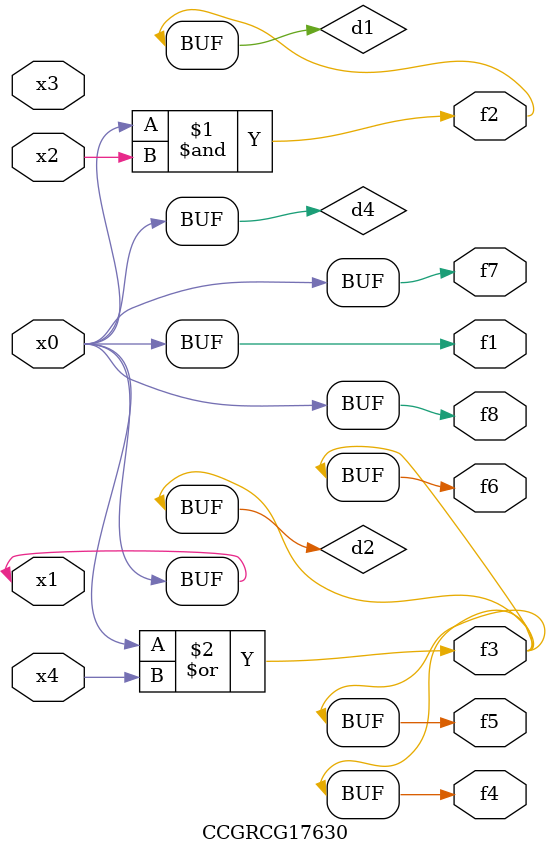
<source format=v>
module CCGRCG17630(
	input x0, x1, x2, x3, x4,
	output f1, f2, f3, f4, f5, f6, f7, f8
);

	wire d1, d2, d3, d4;

	and (d1, x0, x2);
	or (d2, x0, x4);
	nand (d3, x0, x2);
	buf (d4, x0, x1);
	assign f1 = d4;
	assign f2 = d1;
	assign f3 = d2;
	assign f4 = d2;
	assign f5 = d2;
	assign f6 = d2;
	assign f7 = d4;
	assign f8 = d4;
endmodule

</source>
